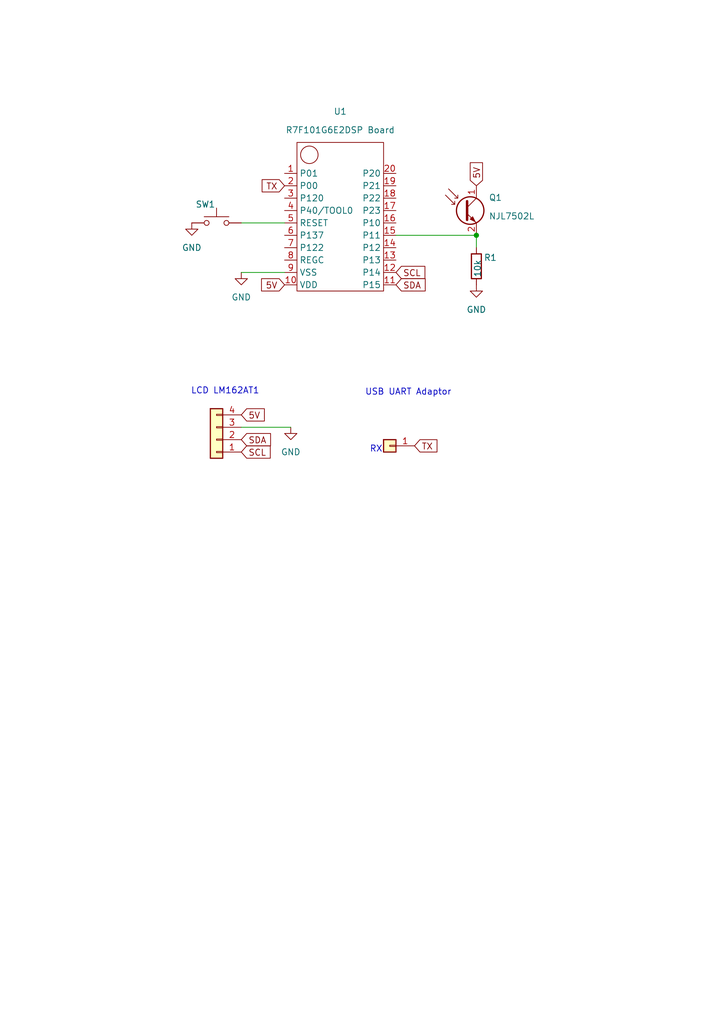
<source format=kicad_sch>
(kicad_sch (version 20250114) (generator "eeschema") (generator_version "9.0")
  (paper "A5" portrait)
  (lib_symbols
    (symbol "0Ore:R7F101G6E2DSP"
      (property "Reference" "U" (at 0 0 0))
      (symbol "R7F101G6E2DSP_0_1"
        (rectangle (start -8.89 31.75) (end 8.89 1.27))
        (circle (center -6.35 29.21) (radius 1.7961))
      )
      (symbol "R7F101G6E2DSP_1_1"
        (pin unspecified line (at -11.43 25.4 0) (length 2.54) (name "P01") (number "1"))
        (pin unspecified line (at -11.43 22.86 0) (length 2.54) (name "P00") (number "2"))
        (pin unspecified line (at -11.43 20.32 0) (length 2.54) (name "P120") (number "3"))
        (pin unspecified line (at -11.43 17.78 0) (length 2.54) (name "P40/TOOL0") (number "4"))
        (pin unspecified line (at -11.43 15.24 0) (length 2.54) (name "RESET") (number "5"))
        (pin unspecified line (at -11.43 12.7 0) (length 2.54) (name "P137") (number "6"))
        (pin unspecified line (at -11.43 10.16 0) (length 2.54) (name "P122") (number "7"))
        (pin unspecified line (at -11.43 7.62 0) (length 2.54) (name "REGC") (number "8"))
        (pin unspecified line (at -11.43 5.08 0) (length 2.54) (name "VSS") (number "9"))
        (pin unspecified line (at -11.43 2.54 0) (length 2.54) (name "VDD") (number "10"))
        (pin unspecified line (at 11.43 25.4 180) (length 2.54) (name "P20") (number "20"))
        (pin unspecified line (at 11.43 22.86 180) (length 2.54) (name "P21") (number "19"))
        (pin unspecified line (at 11.43 20.32 180) (length 2.54) (name "P22") (number "18"))
        (pin unspecified line (at 11.43 17.78 180) (length 2.54) (name "P23") (number "17"))
        (pin unspecified line (at 11.43 15.24 180) (length 2.54) (name "P10") (number "16"))
        (pin unspecified line (at 11.43 12.7 180) (length 2.54) (name "P11") (number "15"))
        (pin unspecified line (at 11.43 10.16 180) (length 2.54) (name "P12") (number "14"))
        (pin unspecified line (at 11.43 7.62 180) (length 2.54) (name "P13") (number "13"))
        (pin unspecified line (at 11.43 5.08 180) (length 2.54) (name "P14") (number "12"))
        (pin unspecified line (at 11.43 2.54 180) (length 2.54) (name "P15") (number "11"))
      )
    )
    (symbol "Connector_Generic:Conn_01x01" (pin_names (offset 1.016) (hide yes))
      (property "Reference" "J" (at 0 2.54 0))
      (property "Value" "Conn_01x01" (at 0 -2.54 0))
      (symbol "Conn_01x01_1_1"
        (rectangle (start -1.27 1.27) (end 1.27 -1.27) (stroke (width 0.254)) (fill (type background)))
        (rectangle (start -1.27 0.127) (end 0 -0.127) (stroke (width 0.1524)))
        (pin passive line (at -5.08 0 0) (length 3.81) (name "Pin_1") (number "1"))
      )
    )
    (symbol "Connector_Generic:Conn_01x04" (pin_names (offset 1.016) (hide yes))
      (property "Reference" "J" (at 0 5.08 0))
      (property "Value" "Conn_01x04" (at 0 -7.62 0))
      (symbol "Conn_01x04_1_1"
        (rectangle (start -1.27 3.81) (end 1.27 -6.35) (stroke (width 0.254)) (fill (type background)))
        (rectangle (start -1.27 2.667) (end 0 2.413) (stroke (width 0.1524)))
        (rectangle (start -1.27 0.127) (end 0 -0.127) (stroke (width 0.1524)))
        (rectangle (start -1.27 -2.413) (end 0 -2.667) (stroke (width 0.1524)))
        (rectangle (start -1.27 -4.953) (end 0 -5.207) (stroke (width 0.1524)))
        (pin passive line (at -5.08 2.54 0) (length 3.81) (name "Pin_1") (number "1"))
        (pin passive line (at -5.08 0 0) (length 3.81) (name "Pin_2") (number "2"))
        (pin passive line (at -5.08 -2.54 0) (length 3.81) (name "Pin_3") (number "3"))
        (pin passive line (at -5.08 -5.08 0) (length 3.81) (name "Pin_4") (number "4"))
      )
    )
    (symbol "Device:Q_Photo_NPN" (pin_names (offset 0) (hide yes))
      (property "Reference" "Q" (at 5.08 1.27 0))
      (property "Value" "Q_Photo_NPN" (at 5.08 -1.27 0))
      (symbol "Q_Photo_NPN_0_1"
        (polyline (pts (xy -3.81 3.175) (xy -1.905 1.27) (xy -1.905 1.905)))
        (polyline (pts (xy -3.175 4.445) (xy -1.27 2.54) (xy -1.27 3.175)))
        (polyline (pts (xy -1.905 1.27) (xy -2.54 1.27)))
        (polyline (pts (xy -1.27 2.54) (xy -1.905 2.54)))
        (polyline (pts (xy 0.635 1.905) (xy 0.635 -1.905) (xy 0.635 -1.905)) (stroke (width 0.508)))
        (polyline (pts (xy 0.635 0.635) (xy 2.54 2.54)))
        (polyline (pts (xy 0.635 -0.635) (xy 2.54 -2.54) (xy 2.54 -2.54)))
        (circle (center 1.27 0) (radius 2.8194) (stroke (width 0.254)))
        (polyline (pts (xy 1.27 -1.778) (xy 1.778 -1.27) (xy 2.286 -2.286) (xy 1.27 -1.778) (xy 1.27 -1.778)) (fill (type outline)))
      )
      (symbol "Q_Photo_NPN_1_1"
        (pin passive line (at 2.54 5.08 270) (length 2.54) (name "C") (number "1"))
        (pin passive line (at 2.54 -5.08 90) (length 2.54) (name "E") (number "2"))
      )
    )
    (symbol "Device:R" (pin_numbers (hide yes)) (pin_names (offset 0))
      (property "Reference" "R" (at 2.032 0 90))
      (property "Value" "R" (at 0 0 90))
      (symbol "R_0_1"
        (rectangle (start -1.016 -2.54) (end 1.016 2.54) (stroke (width 0.254)))
      )
      (symbol "R_1_1"
        (pin passive line (at 0 3.81 270) (length 1.27) (name "~") (number "1"))
        (pin passive line (at 0 -3.81 90) (length 1.27) (name "~") (number "2"))
      )
    )
    (symbol "Switch:SW_Push" (pin_numbers (hide yes)) (pin_names (offset 1.016) (hide yes))
      (property "Reference" "SW" (at 1.27 2.54 0))
      (property "Value" "SW_Push" (at 0 -1.524 0))
      (symbol "SW_Push_0_1"
        (circle (center -2.032 0) (radius 0.508))
        (polyline (pts (xy 0 1.27) (xy 0 3.048)))
        (circle (center 2.032 0) (radius 0.508))
        (polyline (pts (xy 2.54 1.27) (xy -2.54 1.27)))
        (pin passive line (at -5.08 0 0) (length 2.54) (name "1") (number "1"))
        (pin passive line (at 5.08 0 180) (length 2.54) (name "2") (number "2"))
      )
    )
    (symbol "power:GND" (power) (pin_numbers (hide yes)) (pin_names (offset 0) (hide yes))
      (property "Value" "GND" (at 0 -3.81 0))
      (symbol "GND_0_1"
        (polyline (pts (xy 0 0) (xy 0 -1.27) (xy 1.27 -1.27) (xy 0 -2.54) (xy -1.27 -1.27) (xy 0 -1.27)))
      )
      (symbol "GND_1_1"
        (pin power_in line (at 0 0 270) (length 0) (name "~") (number "1"))
      )
    )
  )
  (text "USB UART Adaptor" (at 83.82 80.518 0) (effects (font (size 1.27 1.27))))
  (text "RX" (at 77.216 92.202 0) (effects (font (size 1.27 1.27))))
  (text "LCD LM162AT1" (at 46.228 80.264 0) (effects (font (size 1.27 1.27))))
  (junction (at 97.79 48.26))
  (wire (pts (xy 49.53 87.63) (xy 59.69 87.63)))
  (wire (pts (xy 81.28 48.26) (xy 97.79 48.26)))
  (wire (pts (xy 97.79 48.26) (xy 97.79 50.8)))
  (wire (pts (xy 49.53 45.72) (xy 58.42 45.72)))
  (wire (pts (xy 49.53 55.88) (xy 58.42 55.88)))
  (global_label "SDA" (shape input) (at 49.53 90.17 0) (property "Intersheetrefs" "${INTERSHEET_REFS}" (effects (hide yes))))
  (global_label "TX" (shape input) (at 58.42 38.1 180) (property "Intersheetrefs" "${INTERSHEET_REFS}" (effects (hide yes))))
  (global_label "SDA" (shape input) (at 81.28 58.42 0) (property "Intersheetrefs" "${INTERSHEET_REFS}" (effects (hide yes))))
  (global_label "TX" (shape input) (at 85.09 91.44 0) (property "Intersheetrefs" "${INTERSHEET_REFS}" (effects (hide yes))))
  (global_label "SCL" (shape input) (at 49.53 92.71 0) (property "Intersheetrefs" "${INTERSHEET_REFS}" (effects (hide yes))))
  (global_label "SCL" (shape input) (at 81.28 55.88 0) (property "Intersheetrefs" "${INTERSHEET_REFS}" (effects (hide yes))))
  (global_label "5V" (shape input) (at 58.42 58.42 180) (property "Intersheetrefs" "${INTERSHEET_REFS}" (effects (hide yes))))
  (global_label "5V" (shape input) (at 97.79 38.1 90) (property "Intersheetrefs" "${INTERSHEET_REFS}" (effects (hide yes))))
  (global_label "5V" (shape input) (at 49.53 85.09 0) (property "Intersheetrefs" "${INTERSHEET_REFS}" (effects (hide yes))))
  (symbol (lib_id "power:GND") (at 97.79 58.42 0) (unit 1)
    (property "Reference" "#PWR04" (effects (hide yes)))
    (property "Value" "GND" (at 97.79 63.5 0))
    (property "Description" "Power symbol creates a global label with name \"GND\" , ground" (effects (hide yes)))
  )
  (symbol (lib_id "Connector_Generic:Conn_01x04") (at 44.45 90.17 180) (unit 1)
    (property "Reference" "J1" (effects (hide yes)))
    (property "Value" "Conn_01x04" (effects (hide yes)))
    (property "Description" "Generic connector, single row, 01x04, script generated (kicad-library-utils/schlib/autogen/connector/)" (effects (hide yes)))
  )
  (symbol (lib_id "Switch:SW_Push") (at 44.45 45.72 0) (unit 1)
    (property "Reference" "SW1" (at 42.164 41.91 0))
    (property "Value" "SW_Push" (effects (hide yes)))
    (property "Description" "Push button switch, generic, two pins" (effects (hide yes)))
  )
  (symbol (lib_id "0Ore:R7F101G6E2DSP") (at 69.85 60.96 0) (unit 1)
    (property "Reference" "U1" (at 69.85 22.86 0))
    (property "Value" "R7F101G6E2DSP Board" (at 69.85 26.67 0))
  )
  (symbol (lib_id "power:GND") (at 49.53 55.88 0) (unit 1)
    (property "Reference" "#PWR03" (effects (hide yes)))
    (property "Value" "GND" (at 49.53 60.96 0))
    (property "Description" "Power symbol creates a global label with name \"GND\" , ground" (effects (hide yes)))
  )
  (symbol (lib_id "power:GND") (at 59.69 87.63 0) (unit 1)
    (property "Reference" "#PWR01" (effects (hide yes)))
    (property "Value" "GND" (at 59.69 92.71 0))
    (property "Description" "Power symbol creates a global label with name \"GND\" , ground" (effects (hide yes)))
  )
  (symbol (lib_id "power:GND") (at 39.37 45.72 0) (unit 1)
    (property "Reference" "#PWR02" (effects (hide yes)))
    (property "Value" "GND" (at 39.37 50.8 0))
    (property "Description" "Power symbol creates a global label with name \"GND\" , ground" (effects (hide yes)))
  )
  (symbol (lib_id "Device:R") (at 97.79 54.61 0) (unit 1)
    (property "Reference" "R1" (at 99.314 52.832 0) (effects (justify left)))
    (property "Value" "10k" (at 98.044 56.896 90) (effects (justify left)))
    (property "Description" "Resistor" (effects (hide yes)))
  )
  (symbol (lib_id "Connector_Generic:Conn_01x01") (at 80.01 91.44 180) (unit 1)
    (property "Reference" "J2" (effects (hide yes)))
    (property "Value" "Conn_01x01" (effects (hide yes)))
    (property "Description" "Generic connector, single row, 01x01, script generated (kicad-library-utils/schlib/autogen/connector/)" (effects (hide yes)))
  )
  (symbol (lib_id "Device:Q_Photo_NPN") (at 95.25 43.18 0) (unit 1)
    (property "Reference" "Q1" (at 100.33 40.5256 0) (effects (justify left)))
    (property "Value" "NJL7502L" (at 100.33 44.3356 0) (effects (justify left)))
    (property "Description" "NPN phototransistor, collector/emitter" (effects (hide yes)))
  )
)
</source>
